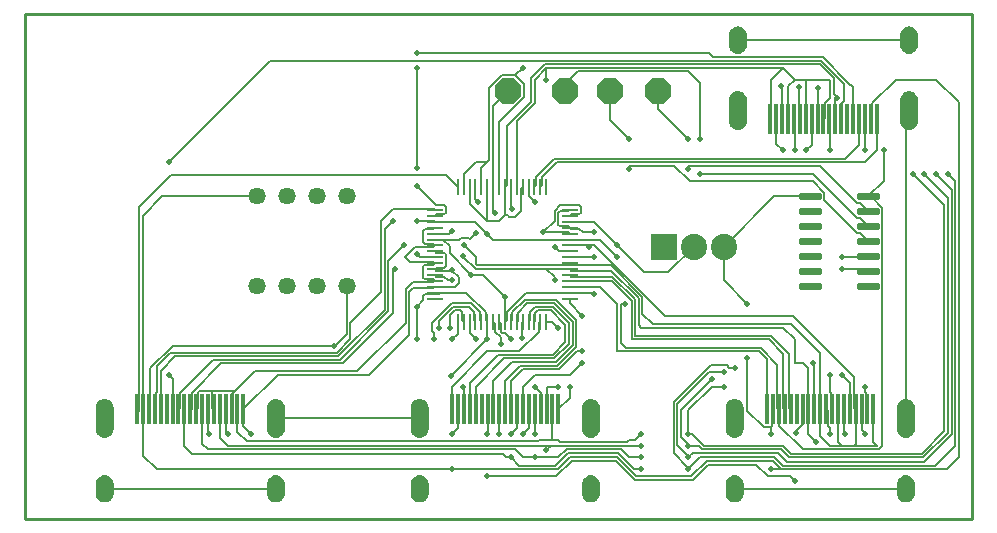
<source format=gtl>
G04 EAGLE Gerber RS-274X export*
G75*
%MOMM*%
%FSLAX34Y34*%
%LPD*%
%INTop Copper*%
%IPPOS*%
%AMOC8*
5,1,8,0,0,1.08239X$1,22.5*%
G01*
%ADD10P,2.336880X8X22.500000*%
%ADD11R,0.300000X2.600000*%
%ADD12C,1.620000*%
%ADD13R,1.473200X0.279400*%
%ADD14R,0.279400X1.473200*%
%ADD15C,1.463037*%
%ADD16C,0.300000*%
%ADD17R,2.232000X2.232000*%
%ADD18C,2.232000*%
%ADD19C,0.502400*%
%ADD20C,0.152400*%
%ADD21C,0.254000*%

G36*
X508468Y367395D02*
X508468Y367395D01*
X508472Y367399D01*
X508475Y367399D01*
X508477Y367397D01*
X509884Y367824D01*
X509889Y367830D01*
X509893Y367827D01*
X511190Y368521D01*
X511193Y368527D01*
X511198Y368526D01*
X512335Y369459D01*
X512336Y369466D01*
X512341Y369465D01*
X513274Y370602D01*
X513274Y370609D01*
X513279Y370610D01*
X513973Y371907D01*
X513972Y371913D01*
X513975Y371915D01*
X513976Y371916D01*
X514126Y372409D01*
X514141Y372458D01*
X514365Y373197D01*
X514403Y373323D01*
X514401Y373329D01*
X514405Y373332D01*
X514549Y374795D01*
X514547Y374798D01*
X514549Y374800D01*
X514549Y392800D01*
X514547Y392803D01*
X514549Y392805D01*
X514405Y394268D01*
X514400Y394273D01*
X514403Y394277D01*
X513976Y395684D01*
X513970Y395689D01*
X513973Y395693D01*
X513279Y396990D01*
X513273Y396993D01*
X513274Y396998D01*
X512341Y398135D01*
X512334Y398136D01*
X512335Y398141D01*
X511198Y399074D01*
X511191Y399074D01*
X511190Y399079D01*
X509893Y399773D01*
X509886Y399771D01*
X509884Y399776D01*
X508477Y400203D01*
X508471Y400201D01*
X508468Y400205D01*
X507005Y400349D01*
X507001Y400347D01*
X506997Y400347D01*
X506995Y400349D01*
X505532Y400205D01*
X505527Y400200D01*
X505523Y400203D01*
X504116Y399776D01*
X504111Y399770D01*
X504107Y399773D01*
X502810Y399079D01*
X502807Y399073D01*
X502802Y399074D01*
X501665Y398141D01*
X501664Y398134D01*
X501659Y398135D01*
X500726Y396998D01*
X500726Y396991D01*
X500721Y396990D01*
X500027Y395693D01*
X500029Y395686D01*
X500024Y395684D01*
X499933Y395386D01*
X499918Y395337D01*
X499694Y394598D01*
X499597Y394277D01*
X499600Y394271D01*
X499595Y394268D01*
X499451Y392805D01*
X499453Y392802D01*
X499451Y392800D01*
X499451Y374800D01*
X499453Y374797D01*
X499451Y374795D01*
X499595Y373332D01*
X499600Y373327D01*
X499597Y373323D01*
X500024Y371916D01*
X500030Y371911D01*
X500027Y371907D01*
X500721Y370610D01*
X500727Y370607D01*
X500726Y370602D01*
X501659Y369465D01*
X501666Y369464D01*
X501665Y369459D01*
X502802Y368526D01*
X502809Y368526D01*
X502810Y368521D01*
X504107Y367827D01*
X504114Y367829D01*
X504116Y367824D01*
X505523Y367397D01*
X505527Y367399D01*
X505530Y367399D01*
X505532Y367395D01*
X506995Y367251D01*
X507001Y367255D01*
X507005Y367251D01*
X508468Y367395D01*
G37*
G36*
X363468Y367395D02*
X363468Y367395D01*
X363472Y367399D01*
X363475Y367399D01*
X363477Y367397D01*
X364884Y367824D01*
X364889Y367830D01*
X364893Y367827D01*
X366190Y368521D01*
X366193Y368527D01*
X366198Y368526D01*
X367335Y369459D01*
X367336Y369466D01*
X367341Y369465D01*
X368274Y370602D01*
X368274Y370609D01*
X368279Y370610D01*
X368973Y371907D01*
X368972Y371913D01*
X368975Y371915D01*
X368976Y371916D01*
X369126Y372409D01*
X369141Y372458D01*
X369365Y373197D01*
X369403Y373323D01*
X369401Y373329D01*
X369405Y373332D01*
X369549Y374795D01*
X369547Y374798D01*
X369549Y374800D01*
X369549Y392800D01*
X369547Y392803D01*
X369549Y392805D01*
X369405Y394268D01*
X369400Y394273D01*
X369403Y394277D01*
X368976Y395684D01*
X368970Y395689D01*
X368973Y395693D01*
X368279Y396990D01*
X368273Y396993D01*
X368274Y396998D01*
X367341Y398135D01*
X367334Y398136D01*
X367335Y398141D01*
X366198Y399074D01*
X366191Y399074D01*
X366190Y399079D01*
X364893Y399773D01*
X364886Y399771D01*
X364884Y399776D01*
X363477Y400203D01*
X363471Y400201D01*
X363468Y400205D01*
X362005Y400349D01*
X362001Y400347D01*
X361997Y400347D01*
X361995Y400349D01*
X360532Y400205D01*
X360527Y400200D01*
X360523Y400203D01*
X359116Y399776D01*
X359111Y399770D01*
X359107Y399773D01*
X357810Y399079D01*
X357807Y399073D01*
X357802Y399074D01*
X356665Y398141D01*
X356664Y398134D01*
X356659Y398135D01*
X355726Y396998D01*
X355726Y396991D01*
X355721Y396990D01*
X355027Y395693D01*
X355029Y395686D01*
X355024Y395684D01*
X354933Y395386D01*
X354918Y395337D01*
X354694Y394598D01*
X354597Y394277D01*
X354600Y394271D01*
X354595Y394268D01*
X354451Y392805D01*
X354453Y392802D01*
X354451Y392800D01*
X354451Y374800D01*
X354453Y374797D01*
X354451Y374795D01*
X354595Y373332D01*
X354600Y373327D01*
X354597Y373323D01*
X355024Y371916D01*
X355030Y371911D01*
X355027Y371907D01*
X355721Y370610D01*
X355727Y370607D01*
X355726Y370602D01*
X356659Y369465D01*
X356666Y369464D01*
X356665Y369459D01*
X357802Y368526D01*
X357809Y368526D01*
X357810Y368521D01*
X359107Y367827D01*
X359114Y367829D01*
X359116Y367824D01*
X360523Y367397D01*
X360527Y367399D01*
X360530Y367399D01*
X360532Y367395D01*
X361995Y367251D01*
X362001Y367255D01*
X362005Y367251D01*
X363468Y367395D01*
G37*
G36*
X-172632Y106695D02*
X-172632Y106695D01*
X-172628Y106698D01*
X-172625Y106698D01*
X-172625Y106699D01*
X-172623Y106697D01*
X-171216Y107124D01*
X-171211Y107130D01*
X-171207Y107127D01*
X-169910Y107821D01*
X-169907Y107827D01*
X-169902Y107826D01*
X-168765Y108759D01*
X-168764Y108766D01*
X-168759Y108765D01*
X-167826Y109902D01*
X-167826Y109909D01*
X-167821Y109910D01*
X-167127Y111207D01*
X-167128Y111213D01*
X-167125Y111215D01*
X-167124Y111216D01*
X-166900Y111955D01*
X-166885Y112004D01*
X-166697Y112623D01*
X-166700Y112629D01*
X-166695Y112632D01*
X-166551Y114095D01*
X-166553Y114098D01*
X-166551Y114100D01*
X-166551Y132100D01*
X-166553Y132103D01*
X-166551Y132105D01*
X-166695Y133568D01*
X-166700Y133573D01*
X-166697Y133577D01*
X-167124Y134984D01*
X-167130Y134989D01*
X-167127Y134993D01*
X-167821Y136290D01*
X-167827Y136293D01*
X-167826Y136298D01*
X-168759Y137435D01*
X-168766Y137436D01*
X-168765Y137441D01*
X-169902Y138374D01*
X-169909Y138374D01*
X-169910Y138379D01*
X-171207Y139073D01*
X-171214Y139071D01*
X-171216Y139076D01*
X-172623Y139503D01*
X-172629Y139501D01*
X-172632Y139505D01*
X-174095Y139649D01*
X-174099Y139647D01*
X-174103Y139647D01*
X-174105Y139649D01*
X-175568Y139505D01*
X-175573Y139500D01*
X-175577Y139503D01*
X-176984Y139076D01*
X-176989Y139070D01*
X-176993Y139073D01*
X-178290Y138379D01*
X-178293Y138373D01*
X-178298Y138374D01*
X-179435Y137441D01*
X-179436Y137434D01*
X-179441Y137435D01*
X-180374Y136298D01*
X-180374Y136291D01*
X-180379Y136290D01*
X-181073Y134993D01*
X-181071Y134986D01*
X-181076Y134984D01*
X-181107Y134883D01*
X-181331Y134144D01*
X-181346Y134095D01*
X-181503Y133577D01*
X-181501Y133571D01*
X-181505Y133568D01*
X-181649Y132105D01*
X-181647Y132102D01*
X-181649Y132100D01*
X-181649Y114100D01*
X-181647Y114097D01*
X-181649Y114095D01*
X-181505Y112632D01*
X-181500Y112627D01*
X-181503Y112623D01*
X-181076Y111216D01*
X-181070Y111211D01*
X-181073Y111207D01*
X-180379Y109910D01*
X-180373Y109907D01*
X-180374Y109902D01*
X-179441Y108765D01*
X-179434Y108764D01*
X-179435Y108759D01*
X-178298Y107826D01*
X-178291Y107826D01*
X-178290Y107821D01*
X-176993Y107127D01*
X-176986Y107129D01*
X-176984Y107124D01*
X-175577Y106697D01*
X-175574Y106698D01*
X-175570Y106698D01*
X-175568Y106695D01*
X-174105Y106551D01*
X-174099Y106555D01*
X-174095Y106551D01*
X-172632Y106695D01*
G37*
G36*
X-27632Y106695D02*
X-27632Y106695D01*
X-27628Y106698D01*
X-27625Y106698D01*
X-27625Y106699D01*
X-27623Y106697D01*
X-26216Y107124D01*
X-26211Y107130D01*
X-26207Y107127D01*
X-24910Y107821D01*
X-24907Y107827D01*
X-24902Y107826D01*
X-23765Y108759D01*
X-23764Y108766D01*
X-23759Y108765D01*
X-22826Y109902D01*
X-22826Y109909D01*
X-22821Y109910D01*
X-22127Y111207D01*
X-22128Y111213D01*
X-22125Y111215D01*
X-22124Y111216D01*
X-21900Y111955D01*
X-21885Y112004D01*
X-21697Y112623D01*
X-21700Y112629D01*
X-21695Y112632D01*
X-21551Y114095D01*
X-21553Y114098D01*
X-21551Y114100D01*
X-21551Y132100D01*
X-21553Y132103D01*
X-21551Y132105D01*
X-21695Y133568D01*
X-21700Y133573D01*
X-21697Y133577D01*
X-22124Y134984D01*
X-22130Y134989D01*
X-22127Y134993D01*
X-22821Y136290D01*
X-22827Y136293D01*
X-22826Y136298D01*
X-23759Y137435D01*
X-23766Y137436D01*
X-23765Y137441D01*
X-24902Y138374D01*
X-24909Y138374D01*
X-24910Y138379D01*
X-26207Y139073D01*
X-26214Y139071D01*
X-26216Y139076D01*
X-27623Y139503D01*
X-27629Y139501D01*
X-27632Y139505D01*
X-29095Y139649D01*
X-29099Y139647D01*
X-29103Y139647D01*
X-29105Y139649D01*
X-30568Y139505D01*
X-30573Y139500D01*
X-30577Y139503D01*
X-31984Y139076D01*
X-31989Y139070D01*
X-31993Y139073D01*
X-33290Y138379D01*
X-33293Y138373D01*
X-33298Y138374D01*
X-34435Y137441D01*
X-34436Y137434D01*
X-34441Y137435D01*
X-35374Y136298D01*
X-35374Y136291D01*
X-35379Y136290D01*
X-36073Y134993D01*
X-36071Y134986D01*
X-36076Y134984D01*
X-36107Y134883D01*
X-36331Y134144D01*
X-36346Y134095D01*
X-36503Y133577D01*
X-36501Y133571D01*
X-36505Y133568D01*
X-36649Y132105D01*
X-36647Y132102D01*
X-36649Y132100D01*
X-36649Y114100D01*
X-36647Y114097D01*
X-36649Y114095D01*
X-36505Y112632D01*
X-36500Y112627D01*
X-36503Y112623D01*
X-36076Y111216D01*
X-36070Y111211D01*
X-36073Y111207D01*
X-35379Y109910D01*
X-35373Y109907D01*
X-35374Y109902D01*
X-34441Y108765D01*
X-34434Y108764D01*
X-34435Y108759D01*
X-33298Y107826D01*
X-33291Y107826D01*
X-33290Y107821D01*
X-31993Y107127D01*
X-31986Y107129D01*
X-31984Y107124D01*
X-30577Y106697D01*
X-30574Y106698D01*
X-30570Y106698D01*
X-30568Y106695D01*
X-29105Y106551D01*
X-29099Y106555D01*
X-29095Y106551D01*
X-27632Y106695D01*
G37*
G36*
X360768Y106695D02*
X360768Y106695D01*
X360772Y106698D01*
X360775Y106698D01*
X360775Y106699D01*
X360777Y106697D01*
X362184Y107124D01*
X362189Y107130D01*
X362193Y107127D01*
X363490Y107821D01*
X363493Y107827D01*
X363498Y107826D01*
X364635Y108759D01*
X364636Y108766D01*
X364641Y108765D01*
X365574Y109902D01*
X365574Y109909D01*
X365579Y109910D01*
X366273Y111207D01*
X366272Y111213D01*
X366275Y111215D01*
X366276Y111216D01*
X366500Y111955D01*
X366501Y111955D01*
X366515Y112004D01*
X366703Y112623D01*
X366701Y112629D01*
X366705Y112632D01*
X366849Y114095D01*
X366847Y114098D01*
X366849Y114100D01*
X366849Y132100D01*
X366847Y132103D01*
X366849Y132105D01*
X366705Y133568D01*
X366700Y133573D01*
X366703Y133577D01*
X366276Y134984D01*
X366270Y134989D01*
X366273Y134993D01*
X365579Y136290D01*
X365573Y136293D01*
X365574Y136298D01*
X364641Y137435D01*
X364634Y137436D01*
X364635Y137441D01*
X363498Y138374D01*
X363491Y138374D01*
X363490Y138379D01*
X362193Y139073D01*
X362186Y139071D01*
X362184Y139076D01*
X360777Y139503D01*
X360771Y139501D01*
X360768Y139505D01*
X359305Y139649D01*
X359301Y139647D01*
X359297Y139647D01*
X359295Y139649D01*
X357832Y139505D01*
X357827Y139500D01*
X357823Y139503D01*
X356416Y139076D01*
X356411Y139070D01*
X356407Y139073D01*
X355110Y138379D01*
X355107Y138373D01*
X355102Y138374D01*
X353965Y137441D01*
X353964Y137434D01*
X353959Y137435D01*
X353026Y136298D01*
X353026Y136291D01*
X353021Y136290D01*
X352327Y134993D01*
X352329Y134986D01*
X352324Y134984D01*
X352293Y134883D01*
X352069Y134144D01*
X352054Y134095D01*
X351897Y133577D01*
X351900Y133571D01*
X351895Y133568D01*
X351751Y132105D01*
X351753Y132102D01*
X351751Y132100D01*
X351751Y114100D01*
X351753Y114097D01*
X351751Y114095D01*
X351895Y112632D01*
X351900Y112627D01*
X351897Y112623D01*
X352324Y111216D01*
X352330Y111211D01*
X352327Y111207D01*
X353021Y109910D01*
X353027Y109907D01*
X353026Y109902D01*
X353959Y108765D01*
X353966Y108764D01*
X353965Y108759D01*
X355102Y107826D01*
X355109Y107826D01*
X355110Y107821D01*
X356407Y107127D01*
X356414Y107129D01*
X356416Y107124D01*
X357823Y106697D01*
X357827Y106698D01*
X357830Y106698D01*
X357832Y106695D01*
X359295Y106551D01*
X359301Y106555D01*
X359305Y106551D01*
X360768Y106695D01*
G37*
G36*
X239068Y106695D02*
X239068Y106695D01*
X239072Y106698D01*
X239075Y106698D01*
X239075Y106699D01*
X239077Y106697D01*
X240484Y107124D01*
X240489Y107130D01*
X240493Y107127D01*
X241790Y107821D01*
X241793Y107827D01*
X241798Y107826D01*
X242935Y108759D01*
X242936Y108766D01*
X242941Y108765D01*
X243874Y109902D01*
X243874Y109909D01*
X243879Y109910D01*
X244573Y111207D01*
X244572Y111213D01*
X244575Y111215D01*
X244576Y111216D01*
X244800Y111955D01*
X244801Y111955D01*
X244815Y112004D01*
X245003Y112623D01*
X245001Y112629D01*
X245005Y112632D01*
X245149Y114095D01*
X245147Y114098D01*
X245149Y114100D01*
X245149Y132100D01*
X245147Y132103D01*
X245149Y132105D01*
X245005Y133568D01*
X245000Y133573D01*
X245003Y133577D01*
X244576Y134984D01*
X244570Y134989D01*
X244573Y134993D01*
X243879Y136290D01*
X243873Y136293D01*
X243874Y136298D01*
X242941Y137435D01*
X242934Y137436D01*
X242935Y137441D01*
X241798Y138374D01*
X241791Y138374D01*
X241790Y138379D01*
X240493Y139073D01*
X240486Y139071D01*
X240484Y139076D01*
X239077Y139503D01*
X239071Y139501D01*
X239068Y139505D01*
X237605Y139649D01*
X237601Y139647D01*
X237597Y139647D01*
X237595Y139649D01*
X236132Y139505D01*
X236127Y139500D01*
X236123Y139503D01*
X234716Y139076D01*
X234711Y139070D01*
X234707Y139073D01*
X233410Y138379D01*
X233407Y138373D01*
X233402Y138374D01*
X232265Y137441D01*
X232264Y137434D01*
X232259Y137435D01*
X231326Y136298D01*
X231326Y136291D01*
X231321Y136290D01*
X230627Y134993D01*
X230629Y134986D01*
X230624Y134984D01*
X230593Y134883D01*
X230369Y134144D01*
X230354Y134095D01*
X230197Y133577D01*
X230200Y133571D01*
X230195Y133568D01*
X230051Y132105D01*
X230053Y132102D01*
X230051Y132100D01*
X230051Y114100D01*
X230053Y114097D01*
X230051Y114095D01*
X230195Y112632D01*
X230200Y112627D01*
X230197Y112623D01*
X230624Y111216D01*
X230630Y111211D01*
X230627Y111207D01*
X231321Y109910D01*
X231327Y109907D01*
X231326Y109902D01*
X232259Y108765D01*
X232266Y108764D01*
X232265Y108759D01*
X233402Y107826D01*
X233409Y107826D01*
X233410Y107821D01*
X234707Y107127D01*
X234714Y107129D01*
X234716Y107124D01*
X236123Y106697D01*
X236127Y106698D01*
X236130Y106698D01*
X236132Y106695D01*
X237595Y106551D01*
X237601Y106555D01*
X237605Y106551D01*
X239068Y106695D01*
G37*
G36*
X94068Y106695D02*
X94068Y106695D01*
X94072Y106698D01*
X94075Y106698D01*
X94075Y106699D01*
X94077Y106697D01*
X95484Y107124D01*
X95489Y107130D01*
X95493Y107127D01*
X96790Y107821D01*
X96793Y107827D01*
X96798Y107826D01*
X97935Y108759D01*
X97936Y108766D01*
X97941Y108765D01*
X98874Y109902D01*
X98874Y109909D01*
X98879Y109910D01*
X99573Y111207D01*
X99572Y111213D01*
X99575Y111215D01*
X99576Y111216D01*
X99800Y111955D01*
X99801Y111955D01*
X99815Y112004D01*
X100003Y112623D01*
X100001Y112629D01*
X100005Y112632D01*
X100149Y114095D01*
X100147Y114098D01*
X100149Y114100D01*
X100149Y132100D01*
X100147Y132103D01*
X100149Y132105D01*
X100005Y133568D01*
X100000Y133573D01*
X100003Y133577D01*
X99576Y134984D01*
X99570Y134989D01*
X99573Y134993D01*
X98879Y136290D01*
X98873Y136293D01*
X98874Y136298D01*
X97941Y137435D01*
X97934Y137436D01*
X97935Y137441D01*
X96798Y138374D01*
X96791Y138374D01*
X96790Y138379D01*
X95493Y139073D01*
X95486Y139071D01*
X95484Y139076D01*
X94077Y139503D01*
X94071Y139501D01*
X94068Y139505D01*
X92605Y139649D01*
X92601Y139647D01*
X92597Y139647D01*
X92595Y139649D01*
X91132Y139505D01*
X91127Y139500D01*
X91123Y139503D01*
X89716Y139076D01*
X89711Y139070D01*
X89707Y139073D01*
X88410Y138379D01*
X88407Y138373D01*
X88402Y138374D01*
X87265Y137441D01*
X87264Y137434D01*
X87259Y137435D01*
X86326Y136298D01*
X86326Y136291D01*
X86321Y136290D01*
X85627Y134993D01*
X85629Y134986D01*
X85624Y134984D01*
X85593Y134883D01*
X85369Y134144D01*
X85354Y134095D01*
X85197Y133577D01*
X85200Y133571D01*
X85195Y133568D01*
X85051Y132105D01*
X85053Y132102D01*
X85051Y132100D01*
X85051Y114100D01*
X85053Y114097D01*
X85051Y114095D01*
X85195Y112632D01*
X85200Y112627D01*
X85197Y112623D01*
X85624Y111216D01*
X85630Y111211D01*
X85627Y111207D01*
X86321Y109910D01*
X86327Y109907D01*
X86326Y109902D01*
X87259Y108765D01*
X87266Y108764D01*
X87265Y108759D01*
X88402Y107826D01*
X88409Y107826D01*
X88410Y107821D01*
X89707Y107127D01*
X89714Y107129D01*
X89716Y107124D01*
X91123Y106697D01*
X91127Y106698D01*
X91130Y106698D01*
X91132Y106695D01*
X92595Y106551D01*
X92601Y106555D01*
X92605Y106551D01*
X94068Y106695D01*
G37*
G36*
X505768Y106695D02*
X505768Y106695D01*
X505772Y106698D01*
X505775Y106698D01*
X505775Y106699D01*
X505777Y106697D01*
X507184Y107124D01*
X507189Y107130D01*
X507193Y107127D01*
X508490Y107821D01*
X508493Y107827D01*
X508498Y107826D01*
X509635Y108759D01*
X509636Y108766D01*
X509641Y108765D01*
X510574Y109902D01*
X510574Y109909D01*
X510579Y109910D01*
X511273Y111207D01*
X511272Y111213D01*
X511275Y111215D01*
X511276Y111216D01*
X511500Y111955D01*
X511501Y111955D01*
X511515Y112004D01*
X511703Y112623D01*
X511701Y112629D01*
X511705Y112632D01*
X511849Y114095D01*
X511847Y114098D01*
X511849Y114100D01*
X511849Y132100D01*
X511847Y132103D01*
X511849Y132105D01*
X511705Y133568D01*
X511700Y133573D01*
X511703Y133577D01*
X511276Y134984D01*
X511270Y134989D01*
X511273Y134993D01*
X510579Y136290D01*
X510573Y136293D01*
X510574Y136298D01*
X509641Y137435D01*
X509634Y137436D01*
X509635Y137441D01*
X508498Y138374D01*
X508491Y138374D01*
X508490Y138379D01*
X507193Y139073D01*
X507186Y139071D01*
X507184Y139076D01*
X505777Y139503D01*
X505771Y139501D01*
X505768Y139505D01*
X504305Y139649D01*
X504301Y139647D01*
X504297Y139647D01*
X504295Y139649D01*
X502832Y139505D01*
X502827Y139500D01*
X502823Y139503D01*
X501416Y139076D01*
X501411Y139070D01*
X501407Y139073D01*
X500110Y138379D01*
X500107Y138373D01*
X500102Y138374D01*
X498965Y137441D01*
X498964Y137434D01*
X498959Y137435D01*
X498026Y136298D01*
X498026Y136291D01*
X498021Y136290D01*
X497327Y134993D01*
X497329Y134986D01*
X497324Y134984D01*
X497293Y134883D01*
X497069Y134144D01*
X497054Y134095D01*
X496897Y133577D01*
X496900Y133571D01*
X496895Y133568D01*
X496751Y132105D01*
X496753Y132102D01*
X496751Y132100D01*
X496751Y114100D01*
X496753Y114097D01*
X496751Y114095D01*
X496895Y112632D01*
X496900Y112627D01*
X496897Y112623D01*
X497324Y111216D01*
X497330Y111211D01*
X497327Y111207D01*
X498021Y109910D01*
X498027Y109907D01*
X498026Y109902D01*
X498959Y108765D01*
X498966Y108764D01*
X498965Y108759D01*
X500102Y107826D01*
X500109Y107826D01*
X500110Y107821D01*
X501407Y107127D01*
X501414Y107129D01*
X501416Y107124D01*
X502823Y106697D01*
X502827Y106698D01*
X502830Y106698D01*
X502832Y106695D01*
X504295Y106551D01*
X504301Y106555D01*
X504305Y106551D01*
X505768Y106695D01*
G37*
G36*
X508468Y431995D02*
X508468Y431995D01*
X508472Y431999D01*
X508475Y431999D01*
X508477Y431997D01*
X509884Y432424D01*
X509889Y432430D01*
X509893Y432427D01*
X511190Y433121D01*
X511193Y433127D01*
X511198Y433126D01*
X512335Y434059D01*
X512336Y434066D01*
X512341Y434065D01*
X513274Y435202D01*
X513274Y435209D01*
X513279Y435210D01*
X513973Y436507D01*
X513972Y436513D01*
X513975Y436515D01*
X513976Y436516D01*
X514126Y437009D01*
X514141Y437058D01*
X514365Y437797D01*
X514403Y437923D01*
X514401Y437929D01*
X514405Y437932D01*
X514549Y439395D01*
X514547Y439398D01*
X514549Y439400D01*
X514549Y447400D01*
X514547Y447403D01*
X514549Y447405D01*
X514405Y448868D01*
X514400Y448873D01*
X514403Y448877D01*
X513976Y450284D01*
X513970Y450289D01*
X513973Y450293D01*
X513279Y451590D01*
X513273Y451593D01*
X513274Y451598D01*
X512341Y452735D01*
X512334Y452736D01*
X512335Y452741D01*
X511198Y453674D01*
X511191Y453674D01*
X511190Y453679D01*
X509893Y454373D01*
X509886Y454371D01*
X509884Y454376D01*
X508477Y454803D01*
X508473Y454801D01*
X508470Y454801D01*
X508468Y454805D01*
X507005Y454949D01*
X507003Y454948D01*
X507003Y454949D01*
X506997Y454949D01*
X506996Y454948D01*
X506995Y454949D01*
X505532Y454805D01*
X505528Y454801D01*
X505525Y454801D01*
X505523Y454803D01*
X504116Y454376D01*
X504111Y454370D01*
X504107Y454373D01*
X502810Y453679D01*
X502807Y453673D01*
X502802Y453674D01*
X501665Y452741D01*
X501664Y452734D01*
X501659Y452735D01*
X500726Y451598D01*
X500726Y451591D01*
X500721Y451590D01*
X500027Y450293D01*
X500028Y450287D01*
X500026Y450285D01*
X500024Y450284D01*
X499964Y450087D01*
X499740Y449348D01*
X499725Y449299D01*
X499597Y448877D01*
X499600Y448871D01*
X499595Y448868D01*
X499451Y447405D01*
X499453Y447402D01*
X499451Y447400D01*
X499451Y439400D01*
X499453Y439397D01*
X499451Y439395D01*
X499595Y437932D01*
X499600Y437927D01*
X499597Y437923D01*
X500024Y436516D01*
X500030Y436511D01*
X500027Y436507D01*
X500721Y435210D01*
X500727Y435207D01*
X500726Y435202D01*
X501659Y434065D01*
X501666Y434064D01*
X501665Y434059D01*
X502802Y433126D01*
X502809Y433126D01*
X502810Y433121D01*
X504107Y432427D01*
X504114Y432429D01*
X504116Y432424D01*
X505523Y431997D01*
X505527Y431999D01*
X505530Y431999D01*
X505532Y431995D01*
X506995Y431851D01*
X507001Y431855D01*
X507005Y431851D01*
X508468Y431995D01*
G37*
G36*
X363468Y431995D02*
X363468Y431995D01*
X363472Y431999D01*
X363475Y431999D01*
X363477Y431997D01*
X364884Y432424D01*
X364889Y432430D01*
X364893Y432427D01*
X366190Y433121D01*
X366193Y433127D01*
X366198Y433126D01*
X367335Y434059D01*
X367336Y434066D01*
X367341Y434065D01*
X368274Y435202D01*
X368274Y435209D01*
X368279Y435210D01*
X368973Y436507D01*
X368972Y436513D01*
X368975Y436515D01*
X368976Y436516D01*
X369126Y437009D01*
X369141Y437058D01*
X369365Y437797D01*
X369403Y437923D01*
X369401Y437929D01*
X369405Y437932D01*
X369549Y439395D01*
X369547Y439398D01*
X369549Y439400D01*
X369549Y447400D01*
X369547Y447403D01*
X369549Y447405D01*
X369405Y448868D01*
X369400Y448873D01*
X369403Y448877D01*
X368976Y450284D01*
X368970Y450289D01*
X368973Y450293D01*
X368279Y451590D01*
X368273Y451593D01*
X368274Y451598D01*
X367341Y452735D01*
X367334Y452736D01*
X367335Y452741D01*
X366198Y453674D01*
X366191Y453674D01*
X366190Y453679D01*
X364893Y454373D01*
X364886Y454371D01*
X364884Y454376D01*
X363477Y454803D01*
X363473Y454801D01*
X363470Y454801D01*
X363468Y454805D01*
X362005Y454949D01*
X362003Y454948D01*
X362003Y454949D01*
X361997Y454949D01*
X361996Y454948D01*
X361995Y454949D01*
X360532Y454805D01*
X360528Y454801D01*
X360525Y454801D01*
X360523Y454803D01*
X359116Y454376D01*
X359111Y454370D01*
X359107Y454373D01*
X357810Y453679D01*
X357807Y453673D01*
X357802Y453674D01*
X356665Y452741D01*
X356664Y452734D01*
X356659Y452735D01*
X355726Y451598D01*
X355726Y451591D01*
X355721Y451590D01*
X355027Y450293D01*
X355028Y450287D01*
X355026Y450285D01*
X355024Y450284D01*
X354964Y450087D01*
X354740Y449348D01*
X354725Y449299D01*
X354597Y448877D01*
X354600Y448871D01*
X354595Y448868D01*
X354451Y447405D01*
X354453Y447402D01*
X354451Y447400D01*
X354451Y439400D01*
X354453Y439397D01*
X354451Y439395D01*
X354595Y437932D01*
X354600Y437927D01*
X354597Y437923D01*
X355024Y436516D01*
X355030Y436511D01*
X355027Y436507D01*
X355721Y435210D01*
X355727Y435207D01*
X355726Y435202D01*
X356659Y434065D01*
X356666Y434064D01*
X356665Y434059D01*
X357802Y433126D01*
X357809Y433126D01*
X357810Y433121D01*
X359107Y432427D01*
X359114Y432429D01*
X359116Y432424D01*
X360523Y431997D01*
X360527Y431999D01*
X360530Y431999D01*
X360532Y431995D01*
X361995Y431851D01*
X362001Y431855D01*
X362005Y431851D01*
X363468Y431995D01*
G37*
G36*
X-27632Y52095D02*
X-27632Y52095D01*
X-27628Y52099D01*
X-27625Y52099D01*
X-27623Y52097D01*
X-26216Y52524D01*
X-26211Y52530D01*
X-26207Y52527D01*
X-24910Y53221D01*
X-24907Y53227D01*
X-24902Y53226D01*
X-23765Y54159D01*
X-23764Y54166D01*
X-23759Y54165D01*
X-22826Y55302D01*
X-22826Y55309D01*
X-22821Y55310D01*
X-22127Y56607D01*
X-22128Y56613D01*
X-22125Y56615D01*
X-22124Y56616D01*
X-21974Y57109D01*
X-21959Y57158D01*
X-21735Y57897D01*
X-21697Y58023D01*
X-21700Y58029D01*
X-21695Y58032D01*
X-21551Y59495D01*
X-21553Y59498D01*
X-21551Y59500D01*
X-21551Y67500D01*
X-21553Y67503D01*
X-21551Y67505D01*
X-21695Y68968D01*
X-21700Y68973D01*
X-21697Y68977D01*
X-22124Y70384D01*
X-22130Y70389D01*
X-22127Y70393D01*
X-22821Y71690D01*
X-22827Y71693D01*
X-22826Y71698D01*
X-23759Y72835D01*
X-23766Y72836D01*
X-23765Y72841D01*
X-24902Y73774D01*
X-24909Y73774D01*
X-24910Y73779D01*
X-26207Y74473D01*
X-26214Y74471D01*
X-26216Y74476D01*
X-27623Y74903D01*
X-27627Y74901D01*
X-27630Y74901D01*
X-27632Y74905D01*
X-29095Y75049D01*
X-29097Y75048D01*
X-29097Y75049D01*
X-29103Y75049D01*
X-29104Y75048D01*
X-29105Y75049D01*
X-30568Y74905D01*
X-30572Y74901D01*
X-30575Y74901D01*
X-30577Y74903D01*
X-31984Y74476D01*
X-31989Y74470D01*
X-31993Y74473D01*
X-33290Y73779D01*
X-33293Y73773D01*
X-33298Y73774D01*
X-34435Y72841D01*
X-34436Y72834D01*
X-34441Y72835D01*
X-35374Y71698D01*
X-35374Y71691D01*
X-35379Y71690D01*
X-36073Y70393D01*
X-36072Y70387D01*
X-36074Y70385D01*
X-36076Y70384D01*
X-36136Y70187D01*
X-36360Y69448D01*
X-36375Y69399D01*
X-36503Y68977D01*
X-36501Y68971D01*
X-36505Y68968D01*
X-36649Y67505D01*
X-36647Y67502D01*
X-36649Y67500D01*
X-36649Y59500D01*
X-36647Y59497D01*
X-36649Y59495D01*
X-36505Y58032D01*
X-36500Y58027D01*
X-36503Y58023D01*
X-36076Y56616D01*
X-36070Y56611D01*
X-36073Y56607D01*
X-35379Y55310D01*
X-35373Y55307D01*
X-35374Y55302D01*
X-34441Y54165D01*
X-34434Y54164D01*
X-34435Y54159D01*
X-33298Y53226D01*
X-33291Y53226D01*
X-33290Y53221D01*
X-31993Y52527D01*
X-31986Y52529D01*
X-31984Y52524D01*
X-30577Y52097D01*
X-30573Y52099D01*
X-30570Y52099D01*
X-30568Y52095D01*
X-29105Y51951D01*
X-29099Y51955D01*
X-29095Y51951D01*
X-27632Y52095D01*
G37*
G36*
X239068Y52095D02*
X239068Y52095D01*
X239072Y52099D01*
X239075Y52099D01*
X239077Y52097D01*
X240484Y52524D01*
X240489Y52530D01*
X240493Y52527D01*
X241790Y53221D01*
X241793Y53227D01*
X241798Y53226D01*
X242935Y54159D01*
X242936Y54166D01*
X242941Y54165D01*
X243874Y55302D01*
X243874Y55309D01*
X243879Y55310D01*
X244573Y56607D01*
X244572Y56613D01*
X244575Y56615D01*
X244576Y56616D01*
X244726Y57109D01*
X244741Y57158D01*
X244965Y57897D01*
X245003Y58023D01*
X245001Y58029D01*
X245005Y58032D01*
X245149Y59495D01*
X245147Y59498D01*
X245149Y59500D01*
X245149Y67500D01*
X245147Y67503D01*
X245149Y67505D01*
X245005Y68968D01*
X245000Y68973D01*
X245003Y68977D01*
X244576Y70384D01*
X244570Y70389D01*
X244573Y70393D01*
X243879Y71690D01*
X243873Y71693D01*
X243874Y71698D01*
X242941Y72835D01*
X242934Y72836D01*
X242935Y72841D01*
X241798Y73774D01*
X241791Y73774D01*
X241790Y73779D01*
X240493Y74473D01*
X240486Y74471D01*
X240484Y74476D01*
X239077Y74903D01*
X239073Y74901D01*
X239070Y74901D01*
X239068Y74905D01*
X237605Y75049D01*
X237603Y75048D01*
X237603Y75049D01*
X237597Y75049D01*
X237596Y75048D01*
X237595Y75049D01*
X236132Y74905D01*
X236128Y74901D01*
X236125Y74901D01*
X236123Y74903D01*
X234716Y74476D01*
X234711Y74470D01*
X234707Y74473D01*
X233410Y73779D01*
X233407Y73773D01*
X233402Y73774D01*
X232265Y72841D01*
X232264Y72834D01*
X232259Y72835D01*
X231326Y71698D01*
X231326Y71691D01*
X231321Y71690D01*
X230627Y70393D01*
X230628Y70387D01*
X230626Y70385D01*
X230624Y70384D01*
X230564Y70187D01*
X230340Y69448D01*
X230325Y69399D01*
X230197Y68977D01*
X230200Y68971D01*
X230195Y68968D01*
X230051Y67505D01*
X230053Y67502D01*
X230051Y67500D01*
X230051Y59500D01*
X230053Y59497D01*
X230051Y59495D01*
X230195Y58032D01*
X230200Y58027D01*
X230197Y58023D01*
X230624Y56616D01*
X230630Y56611D01*
X230627Y56607D01*
X231321Y55310D01*
X231327Y55307D01*
X231326Y55302D01*
X232259Y54165D01*
X232266Y54164D01*
X232265Y54159D01*
X233402Y53226D01*
X233409Y53226D01*
X233410Y53221D01*
X234707Y52527D01*
X234714Y52529D01*
X234716Y52524D01*
X236123Y52097D01*
X236127Y52099D01*
X236130Y52099D01*
X236132Y52095D01*
X237595Y51951D01*
X237601Y51955D01*
X237605Y51951D01*
X239068Y52095D01*
G37*
G36*
X360768Y52095D02*
X360768Y52095D01*
X360772Y52099D01*
X360775Y52099D01*
X360777Y52097D01*
X362184Y52524D01*
X362189Y52530D01*
X362193Y52527D01*
X363490Y53221D01*
X363493Y53227D01*
X363498Y53226D01*
X364635Y54159D01*
X364636Y54166D01*
X364641Y54165D01*
X365574Y55302D01*
X365574Y55309D01*
X365579Y55310D01*
X366273Y56607D01*
X366272Y56613D01*
X366275Y56615D01*
X366276Y56616D01*
X366426Y57109D01*
X366441Y57158D01*
X366665Y57897D01*
X366703Y58023D01*
X366701Y58029D01*
X366705Y58032D01*
X366849Y59495D01*
X366847Y59498D01*
X366849Y59500D01*
X366849Y67500D01*
X366847Y67503D01*
X366849Y67505D01*
X366705Y68968D01*
X366700Y68973D01*
X366703Y68977D01*
X366276Y70384D01*
X366270Y70389D01*
X366273Y70393D01*
X365579Y71690D01*
X365573Y71693D01*
X365574Y71698D01*
X364641Y72835D01*
X364634Y72836D01*
X364635Y72841D01*
X363498Y73774D01*
X363491Y73774D01*
X363490Y73779D01*
X362193Y74473D01*
X362186Y74471D01*
X362184Y74476D01*
X360777Y74903D01*
X360773Y74901D01*
X360770Y74901D01*
X360768Y74905D01*
X359305Y75049D01*
X359303Y75048D01*
X359303Y75049D01*
X359297Y75049D01*
X359296Y75048D01*
X359295Y75049D01*
X357832Y74905D01*
X357828Y74901D01*
X357825Y74901D01*
X357823Y74903D01*
X356416Y74476D01*
X356411Y74470D01*
X356407Y74473D01*
X355110Y73779D01*
X355107Y73773D01*
X355102Y73774D01*
X353965Y72841D01*
X353964Y72834D01*
X353959Y72835D01*
X353026Y71698D01*
X353026Y71691D01*
X353021Y71690D01*
X352327Y70393D01*
X352328Y70387D01*
X352326Y70385D01*
X352324Y70384D01*
X352264Y70187D01*
X352040Y69448D01*
X352025Y69399D01*
X351897Y68977D01*
X351900Y68971D01*
X351895Y68968D01*
X351751Y67505D01*
X351753Y67502D01*
X351751Y67500D01*
X351751Y59500D01*
X351753Y59497D01*
X351751Y59495D01*
X351895Y58032D01*
X351900Y58027D01*
X351897Y58023D01*
X352324Y56616D01*
X352330Y56611D01*
X352327Y56607D01*
X353021Y55310D01*
X353027Y55307D01*
X353026Y55302D01*
X353959Y54165D01*
X353966Y54164D01*
X353965Y54159D01*
X355102Y53226D01*
X355109Y53226D01*
X355110Y53221D01*
X356407Y52527D01*
X356414Y52529D01*
X356416Y52524D01*
X357823Y52097D01*
X357827Y52099D01*
X357830Y52099D01*
X357832Y52095D01*
X359295Y51951D01*
X359301Y51955D01*
X359305Y51951D01*
X360768Y52095D01*
G37*
G36*
X-172632Y52095D02*
X-172632Y52095D01*
X-172628Y52099D01*
X-172625Y52099D01*
X-172623Y52097D01*
X-171216Y52524D01*
X-171211Y52530D01*
X-171207Y52527D01*
X-169910Y53221D01*
X-169907Y53227D01*
X-169902Y53226D01*
X-168765Y54159D01*
X-168764Y54166D01*
X-168759Y54165D01*
X-167826Y55302D01*
X-167826Y55309D01*
X-167821Y55310D01*
X-167127Y56607D01*
X-167128Y56613D01*
X-167125Y56615D01*
X-167124Y56616D01*
X-166974Y57109D01*
X-166959Y57158D01*
X-166735Y57897D01*
X-166697Y58023D01*
X-166700Y58029D01*
X-166695Y58032D01*
X-166551Y59495D01*
X-166553Y59498D01*
X-166551Y59500D01*
X-166551Y67500D01*
X-166553Y67503D01*
X-166551Y67505D01*
X-166695Y68968D01*
X-166700Y68973D01*
X-166697Y68977D01*
X-167124Y70384D01*
X-167130Y70389D01*
X-167127Y70393D01*
X-167821Y71690D01*
X-167827Y71693D01*
X-167826Y71698D01*
X-168759Y72835D01*
X-168766Y72836D01*
X-168765Y72841D01*
X-169902Y73774D01*
X-169909Y73774D01*
X-169910Y73779D01*
X-171207Y74473D01*
X-171214Y74471D01*
X-171216Y74476D01*
X-172623Y74903D01*
X-172627Y74901D01*
X-172630Y74901D01*
X-172632Y74905D01*
X-174095Y75049D01*
X-174097Y75048D01*
X-174097Y75049D01*
X-174103Y75049D01*
X-174104Y75048D01*
X-174105Y75049D01*
X-175568Y74905D01*
X-175572Y74901D01*
X-175575Y74901D01*
X-175577Y74903D01*
X-176984Y74476D01*
X-176989Y74470D01*
X-176993Y74473D01*
X-178290Y73779D01*
X-178293Y73773D01*
X-178298Y73774D01*
X-179435Y72841D01*
X-179436Y72834D01*
X-179441Y72835D01*
X-180374Y71698D01*
X-180374Y71691D01*
X-180379Y71690D01*
X-181073Y70393D01*
X-181072Y70387D01*
X-181074Y70385D01*
X-181076Y70384D01*
X-181136Y70187D01*
X-181360Y69448D01*
X-181375Y69399D01*
X-181503Y68977D01*
X-181501Y68971D01*
X-181505Y68968D01*
X-181649Y67505D01*
X-181647Y67502D01*
X-181649Y67500D01*
X-181649Y59500D01*
X-181647Y59497D01*
X-181649Y59495D01*
X-181505Y58032D01*
X-181500Y58027D01*
X-181503Y58023D01*
X-181076Y56616D01*
X-181070Y56611D01*
X-181073Y56607D01*
X-180379Y55310D01*
X-180373Y55307D01*
X-180374Y55302D01*
X-179441Y54165D01*
X-179434Y54164D01*
X-179435Y54159D01*
X-178298Y53226D01*
X-178291Y53226D01*
X-178290Y53221D01*
X-176993Y52527D01*
X-176986Y52529D01*
X-176984Y52524D01*
X-175577Y52097D01*
X-175573Y52099D01*
X-175570Y52099D01*
X-175568Y52095D01*
X-174105Y51951D01*
X-174099Y51955D01*
X-174095Y51951D01*
X-172632Y52095D01*
G37*
G36*
X94068Y52095D02*
X94068Y52095D01*
X94072Y52099D01*
X94075Y52099D01*
X94077Y52097D01*
X95484Y52524D01*
X95489Y52530D01*
X95493Y52527D01*
X96790Y53221D01*
X96793Y53227D01*
X96798Y53226D01*
X97935Y54159D01*
X97936Y54166D01*
X97941Y54165D01*
X98874Y55302D01*
X98874Y55309D01*
X98879Y55310D01*
X99573Y56607D01*
X99572Y56613D01*
X99575Y56615D01*
X99576Y56616D01*
X99726Y57109D01*
X99741Y57158D01*
X99965Y57897D01*
X100003Y58023D01*
X100001Y58029D01*
X100005Y58032D01*
X100149Y59495D01*
X100147Y59498D01*
X100149Y59500D01*
X100149Y67500D01*
X100147Y67503D01*
X100149Y67505D01*
X100005Y68968D01*
X100000Y68973D01*
X100003Y68977D01*
X99576Y70384D01*
X99570Y70389D01*
X99573Y70393D01*
X98879Y71690D01*
X98873Y71693D01*
X98874Y71698D01*
X97941Y72835D01*
X97934Y72836D01*
X97935Y72841D01*
X96798Y73774D01*
X96791Y73774D01*
X96790Y73779D01*
X95493Y74473D01*
X95486Y74471D01*
X95484Y74476D01*
X94077Y74903D01*
X94073Y74901D01*
X94070Y74901D01*
X94068Y74905D01*
X92605Y75049D01*
X92603Y75048D01*
X92603Y75049D01*
X92597Y75049D01*
X92596Y75048D01*
X92595Y75049D01*
X91132Y74905D01*
X91128Y74901D01*
X91125Y74901D01*
X91123Y74903D01*
X89716Y74476D01*
X89711Y74470D01*
X89707Y74473D01*
X88410Y73779D01*
X88407Y73773D01*
X88402Y73774D01*
X87265Y72841D01*
X87264Y72834D01*
X87259Y72835D01*
X86326Y71698D01*
X86326Y71691D01*
X86321Y71690D01*
X85627Y70393D01*
X85628Y70387D01*
X85626Y70385D01*
X85624Y70384D01*
X85564Y70187D01*
X85340Y69448D01*
X85325Y69399D01*
X85197Y68977D01*
X85200Y68971D01*
X85195Y68968D01*
X85051Y67505D01*
X85053Y67502D01*
X85051Y67500D01*
X85051Y59500D01*
X85053Y59497D01*
X85051Y59495D01*
X85195Y58032D01*
X85200Y58027D01*
X85197Y58023D01*
X85624Y56616D01*
X85630Y56611D01*
X85627Y56607D01*
X86321Y55310D01*
X86327Y55307D01*
X86326Y55302D01*
X87259Y54165D01*
X87266Y54164D01*
X87265Y54159D01*
X88402Y53226D01*
X88409Y53226D01*
X88410Y53221D01*
X89707Y52527D01*
X89714Y52529D01*
X89716Y52524D01*
X91123Y52097D01*
X91127Y52099D01*
X91130Y52099D01*
X91132Y52095D01*
X92595Y51951D01*
X92601Y51955D01*
X92605Y51951D01*
X94068Y52095D01*
G37*
G36*
X505768Y52095D02*
X505768Y52095D01*
X505772Y52099D01*
X505775Y52099D01*
X505777Y52097D01*
X507184Y52524D01*
X507189Y52530D01*
X507193Y52527D01*
X508490Y53221D01*
X508493Y53227D01*
X508498Y53226D01*
X509635Y54159D01*
X509636Y54166D01*
X509641Y54165D01*
X510574Y55302D01*
X510574Y55309D01*
X510579Y55310D01*
X511273Y56607D01*
X511272Y56613D01*
X511275Y56615D01*
X511276Y56616D01*
X511426Y57109D01*
X511441Y57158D01*
X511665Y57897D01*
X511703Y58023D01*
X511701Y58029D01*
X511705Y58032D01*
X511849Y59495D01*
X511847Y59498D01*
X511849Y59500D01*
X511849Y67500D01*
X511847Y67503D01*
X511849Y67505D01*
X511705Y68968D01*
X511700Y68973D01*
X511703Y68977D01*
X511276Y70384D01*
X511270Y70389D01*
X511273Y70393D01*
X510579Y71690D01*
X510573Y71693D01*
X510574Y71698D01*
X509641Y72835D01*
X509634Y72836D01*
X509635Y72841D01*
X508498Y73774D01*
X508491Y73774D01*
X508490Y73779D01*
X507193Y74473D01*
X507186Y74471D01*
X507184Y74476D01*
X505777Y74903D01*
X505773Y74901D01*
X505770Y74901D01*
X505768Y74905D01*
X504305Y75049D01*
X504303Y75048D01*
X504303Y75049D01*
X504297Y75049D01*
X504296Y75048D01*
X504295Y75049D01*
X502832Y74905D01*
X502828Y74901D01*
X502825Y74901D01*
X502823Y74903D01*
X501416Y74476D01*
X501411Y74470D01*
X501407Y74473D01*
X500110Y73779D01*
X500107Y73773D01*
X500102Y73774D01*
X498965Y72841D01*
X498964Y72834D01*
X498959Y72835D01*
X498026Y71698D01*
X498026Y71691D01*
X498021Y71690D01*
X497327Y70393D01*
X497328Y70387D01*
X497326Y70385D01*
X497324Y70384D01*
X497264Y70187D01*
X497040Y69448D01*
X497025Y69399D01*
X496897Y68977D01*
X496900Y68971D01*
X496895Y68968D01*
X496751Y67505D01*
X496753Y67502D01*
X496751Y67500D01*
X496751Y59500D01*
X496753Y59497D01*
X496751Y59495D01*
X496895Y58032D01*
X496900Y58027D01*
X496897Y58023D01*
X497324Y56616D01*
X497330Y56611D01*
X497327Y56607D01*
X498021Y55310D01*
X498027Y55307D01*
X498026Y55302D01*
X498959Y54165D01*
X498966Y54164D01*
X498965Y54159D01*
X500102Y53226D01*
X500109Y53226D01*
X500110Y53221D01*
X501407Y52527D01*
X501414Y52529D01*
X501416Y52524D01*
X502823Y52097D01*
X502827Y52099D01*
X502830Y52099D01*
X502832Y52095D01*
X504295Y51951D01*
X504301Y51955D01*
X504305Y51951D01*
X505768Y52095D01*
G37*
D10*
X167800Y400700D03*
D11*
X386800Y130700D03*
X476800Y130700D03*
X431800Y130700D03*
X456800Y130700D03*
X406800Y130700D03*
X396800Y130700D03*
X391800Y130700D03*
X401800Y130700D03*
X411800Y130700D03*
X416800Y130700D03*
X421800Y130700D03*
X426800Y130700D03*
X436800Y130700D03*
X441800Y130700D03*
X446800Y130700D03*
X451800Y130700D03*
X461800Y130700D03*
X466800Y130700D03*
X471800Y130700D03*
D12*
X359300Y123100D03*
X359300Y63500D03*
X504300Y123100D03*
X504300Y63500D03*
D11*
X479500Y376200D03*
X389500Y376200D03*
X434500Y376200D03*
X409500Y376200D03*
X459500Y376200D03*
X469500Y376200D03*
X474500Y376200D03*
X464500Y376200D03*
X454500Y376200D03*
X449500Y376200D03*
X444500Y376200D03*
X439500Y376200D03*
X429500Y376200D03*
X424500Y376200D03*
X419500Y376200D03*
X414500Y376200D03*
X404500Y376200D03*
X399500Y376200D03*
X394500Y376200D03*
D12*
X507000Y383800D03*
X507000Y443400D03*
X362000Y383800D03*
X362000Y443400D03*
D11*
X-146600Y130700D03*
X-56600Y130700D03*
X-101600Y130700D03*
X-76600Y130700D03*
X-126600Y130700D03*
X-136600Y130700D03*
X-141600Y130700D03*
X-131600Y130700D03*
X-121600Y130700D03*
X-116600Y130700D03*
X-111600Y130700D03*
X-106600Y130700D03*
X-96600Y130700D03*
X-91600Y130700D03*
X-86600Y130700D03*
X-81600Y130700D03*
X-71600Y130700D03*
X-66600Y130700D03*
X-61600Y130700D03*
D12*
X-174100Y123100D03*
X-174100Y63500D03*
X-29100Y123100D03*
X-29100Y63500D03*
D11*
X120100Y130700D03*
X210100Y130700D03*
X165100Y130700D03*
X190100Y130700D03*
X140100Y130700D03*
X130100Y130700D03*
X125100Y130700D03*
X135100Y130700D03*
X145100Y130700D03*
X150100Y130700D03*
X155100Y130700D03*
X160100Y130700D03*
X170100Y130700D03*
X175100Y130700D03*
X180100Y130700D03*
X185100Y130700D03*
X195100Y130700D03*
X200100Y130700D03*
X205100Y130700D03*
D12*
X92600Y123100D03*
X92600Y63500D03*
X237600Y123100D03*
X237600Y63500D03*
D13*
X105250Y299692D03*
X105250Y294612D03*
X105250Y289532D03*
X105250Y284706D03*
X105250Y279626D03*
X105250Y274546D03*
X105250Y269720D03*
X105250Y264640D03*
X105250Y259560D03*
X105250Y254480D03*
X105250Y249654D03*
X105250Y244574D03*
X105250Y239494D03*
X105250Y234668D03*
X105250Y229588D03*
X105250Y224508D03*
D14*
X124808Y204950D03*
X129888Y204950D03*
X134968Y204950D03*
X139794Y204950D03*
X144874Y204950D03*
X149954Y204950D03*
X154780Y204950D03*
X159860Y204950D03*
X164940Y204950D03*
X170020Y204950D03*
X174846Y204950D03*
X179926Y204950D03*
X185006Y204950D03*
X189832Y204950D03*
X194912Y204950D03*
X199992Y204950D03*
D13*
X219550Y224508D03*
X219550Y229588D03*
X219550Y234668D03*
X219550Y239494D03*
X219550Y244574D03*
X219550Y249654D03*
X219550Y254480D03*
X219550Y259560D03*
X219550Y264640D03*
X219550Y269720D03*
X219550Y274546D03*
X219550Y279626D03*
X219550Y284706D03*
X219550Y289532D03*
X219550Y294612D03*
X219550Y299692D03*
D14*
X199992Y319250D03*
X194912Y319250D03*
X189832Y319250D03*
X185006Y319250D03*
X179926Y319250D03*
X174846Y319250D03*
X170020Y319250D03*
X164940Y319250D03*
X159860Y319250D03*
X154780Y319250D03*
X149954Y319250D03*
X144874Y319250D03*
X139794Y319250D03*
X134968Y319250D03*
X129888Y319250D03*
X124808Y319250D03*
D15*
X-45200Y234800D03*
X-19800Y234800D03*
X-19800Y311000D03*
X-45200Y311000D03*
X5600Y234800D03*
X31000Y234800D03*
X5600Y311000D03*
X31000Y311000D03*
D16*
X415350Y309500D02*
X431450Y309500D01*
X415350Y309500D02*
X415350Y312500D01*
X431450Y312500D01*
X431450Y309500D01*
X431450Y312350D02*
X415350Y312350D01*
X415350Y296800D02*
X431450Y296800D01*
X415350Y296800D02*
X415350Y299800D01*
X431450Y299800D01*
X431450Y296800D01*
X431450Y299650D02*
X415350Y299650D01*
X415350Y284100D02*
X431450Y284100D01*
X415350Y284100D02*
X415350Y287100D01*
X431450Y287100D01*
X431450Y284100D01*
X431450Y286950D02*
X415350Y286950D01*
X415350Y271400D02*
X431450Y271400D01*
X415350Y271400D02*
X415350Y274400D01*
X431450Y274400D01*
X431450Y271400D01*
X431450Y274250D02*
X415350Y274250D01*
X415350Y258700D02*
X431450Y258700D01*
X415350Y258700D02*
X415350Y261700D01*
X431450Y261700D01*
X431450Y258700D01*
X431450Y261550D02*
X415350Y261550D01*
X415350Y246000D02*
X431450Y246000D01*
X415350Y246000D02*
X415350Y249000D01*
X431450Y249000D01*
X431450Y246000D01*
X431450Y248850D02*
X415350Y248850D01*
X415350Y233300D02*
X431450Y233300D01*
X415350Y233300D02*
X415350Y236300D01*
X431450Y236300D01*
X431450Y233300D01*
X431450Y236150D02*
X415350Y236150D01*
X464550Y233300D02*
X480650Y233300D01*
X464550Y233300D02*
X464550Y236300D01*
X480650Y236300D01*
X480650Y233300D01*
X480650Y236150D02*
X464550Y236150D01*
X464550Y246000D02*
X480650Y246000D01*
X464550Y246000D02*
X464550Y249000D01*
X480650Y249000D01*
X480650Y246000D01*
X480650Y248850D02*
X464550Y248850D01*
X464550Y258700D02*
X480650Y258700D01*
X464550Y258700D02*
X464550Y261700D01*
X480650Y261700D01*
X480650Y258700D01*
X480650Y261550D02*
X464550Y261550D01*
X464550Y271400D02*
X480650Y271400D01*
X464550Y271400D02*
X464550Y274400D01*
X480650Y274400D01*
X480650Y271400D01*
X480650Y274250D02*
X464550Y274250D01*
X464550Y284100D02*
X480650Y284100D01*
X464550Y284100D02*
X464550Y287100D01*
X480650Y287100D01*
X480650Y284100D01*
X480650Y286950D02*
X464550Y286950D01*
X464550Y296800D02*
X480650Y296800D01*
X464550Y296800D02*
X464550Y299800D01*
X480650Y299800D01*
X480650Y296800D01*
X480650Y299650D02*
X464550Y299650D01*
X464550Y309500D02*
X480650Y309500D01*
X464550Y309500D02*
X464550Y312500D01*
X480650Y312500D01*
X480650Y309500D01*
X480650Y312350D02*
X464550Y312350D01*
D10*
X294800Y400700D03*
X254000Y400700D03*
X215900Y400700D03*
D17*
X299100Y268600D03*
D18*
X324500Y268600D03*
X349900Y268600D03*
D19*
X161080Y186068D03*
D20*
X156177Y203553D02*
X154780Y204950D01*
X156177Y203553D02*
X156177Y196637D01*
X161080Y191735D02*
X161080Y186068D01*
X161080Y191735D02*
X156177Y196637D01*
D19*
X230000Y170000D03*
D20*
X220000Y160000D01*
X190000Y160000D01*
X180100Y150100D01*
X180100Y130700D01*
D19*
X170000Y190000D03*
D20*
X161257Y203553D02*
X159860Y204950D01*
X161257Y203553D02*
X161257Y196637D01*
X162596Y195298D01*
X164702Y195298D01*
X170000Y190000D01*
D19*
X230047Y179953D03*
D20*
X225776Y179953D01*
X210584Y164760D01*
X179733Y164760D02*
X170100Y155127D01*
X179733Y164760D02*
X210584Y164760D01*
X170100Y155127D02*
X170100Y130700D01*
X138651Y213263D02*
X134264Y217650D01*
X121202Y217650D01*
X138651Y206093D02*
X139794Y204950D01*
X138651Y206093D02*
X138651Y213263D01*
X195100Y144900D02*
X195100Y130700D01*
X109017Y205465D02*
X121202Y217650D01*
X109017Y205465D02*
X109017Y200000D01*
D19*
X109017Y200000D03*
X190000Y150000D03*
D20*
X195100Y144900D01*
X144874Y204950D02*
X143477Y206347D01*
X143477Y210000D01*
D19*
X104816Y190000D03*
D20*
X104816Y195620D02*
X102949Y197487D01*
X104816Y195620D02*
X104816Y190000D01*
X102949Y203708D02*
X119939Y220698D01*
X102949Y203708D02*
X102949Y197487D01*
X185100Y130700D02*
X185100Y115100D01*
X180000Y110000D01*
D19*
X180000Y110000D03*
D20*
X143477Y210000D02*
X143477Y213263D01*
X136042Y220698D01*
X119939Y220698D01*
X220000Y150000D02*
X220000Y140600D01*
X210100Y130700D01*
X124808Y194808D02*
X124808Y204950D01*
X124808Y194808D02*
X120000Y190000D01*
D19*
X120000Y190000D03*
X220000Y150000D03*
D20*
X128491Y213263D02*
X127152Y214602D01*
X122464Y214602D01*
X128491Y206347D02*
X129888Y204950D01*
X128491Y206347D02*
X128491Y213263D01*
X122464Y214602D02*
X118105Y210243D01*
X118105Y200000D01*
D19*
X118105Y200000D03*
X210000Y150000D03*
D20*
X200100Y150000D01*
X200100Y130700D01*
X504300Y123100D02*
X504300Y381100D01*
X507000Y383800D01*
X504300Y63500D02*
X359300Y63500D01*
X92600Y123100D02*
X-29100Y123100D01*
X-29100Y63500D02*
X-174100Y63500D01*
X362000Y443400D02*
X507000Y443400D01*
X439500Y376200D02*
X440000Y375700D01*
X440000Y350000D01*
D19*
X440000Y350000D03*
X540000Y330000D03*
D20*
X546230Y323770D01*
X546230Y100000D02*
X529278Y83048D01*
X546230Y100000D02*
X546230Y323770D01*
D19*
X320000Y80000D03*
X280000Y80000D03*
D20*
X274311Y80000D01*
X400000Y83048D02*
X529278Y83048D01*
X426800Y130700D02*
X426800Y169024D01*
X425732Y170092D01*
D19*
X425732Y170092D03*
X360000Y166068D03*
D20*
X354650Y166068D01*
X352514Y168204D01*
X320000Y81419D02*
X320000Y80000D01*
X339244Y168204D02*
X352514Y168204D01*
X339244Y168204D02*
X307836Y136796D01*
X307836Y93583D01*
X320000Y81419D01*
X170000Y90000D02*
X166096Y90000D01*
X163048Y93048D01*
X170000Y90000D02*
X176952Y83048D01*
X163048Y93048D02*
X-100000Y93048D01*
X160100Y110100D02*
X160100Y130700D01*
X160100Y110100D02*
X160000Y110000D01*
D19*
X160000Y110000D03*
X170000Y90000D03*
D20*
X-100000Y93048D02*
X-106600Y99648D01*
X-106600Y130700D01*
X207359Y83048D02*
X218315Y94004D01*
X260307Y94004D02*
X274311Y80000D01*
X260307Y94004D02*
X218315Y94004D01*
X207359Y83048D02*
X176952Y83048D01*
X393048Y90000D02*
X400000Y83048D01*
X330000Y90000D02*
X320000Y80000D01*
X330000Y90000D02*
X393048Y90000D01*
X424500Y354500D02*
X424500Y376200D01*
X424500Y354500D02*
X420000Y350000D01*
D19*
X420000Y350000D03*
X530000Y330000D03*
D20*
X543182Y316818D01*
X543182Y110000D02*
X519278Y86096D01*
X543182Y110000D02*
X543182Y316818D01*
D19*
X320000Y90000D03*
X280000Y90000D03*
X440000Y160000D03*
D20*
X440586Y131914D02*
X441800Y130700D01*
X440586Y131914D02*
X440586Y144647D01*
X440000Y145233D01*
X440000Y160000D01*
D19*
X350000Y162136D03*
D20*
X320000Y91419D02*
X320000Y90000D01*
X337487Y162136D02*
X350000Y162136D01*
X337487Y162136D02*
X310884Y135534D01*
X310884Y100535D01*
X320000Y91419D01*
X280000Y90000D02*
X270000Y90000D01*
X210000Y90000D02*
X190000Y90000D01*
X175100Y115100D02*
X175100Y130700D01*
X175100Y115100D02*
X170000Y110000D01*
D19*
X170000Y110000D03*
X190000Y90000D03*
D20*
X-91600Y101600D02*
X-91600Y130700D01*
X180000Y90000D02*
X190000Y90000D01*
X262948Y97052D02*
X270000Y90000D01*
X217052Y97052D02*
X210000Y90000D01*
X217052Y97052D02*
X262948Y97052D01*
X180000Y90000D02*
X173048Y96952D01*
X-86952Y96952D01*
X-91600Y101600D01*
X403904Y86096D02*
X519278Y86096D01*
X396096Y93904D02*
X330523Y93904D01*
X330495Y93932D01*
X396096Y93904D02*
X403904Y86096D01*
X323932Y93932D02*
X320000Y90000D01*
X323932Y93932D02*
X330495Y93932D01*
X410000Y375700D02*
X409500Y376200D01*
X410000Y375700D02*
X410000Y350000D01*
D19*
X410000Y350000D03*
X520000Y330000D03*
D20*
X540000Y310000D01*
X540000Y111129D01*
X518871Y90000D01*
D19*
X320000Y100000D03*
X280000Y100000D03*
D20*
X456800Y130700D02*
X456800Y153200D01*
X450000Y160000D01*
D19*
X450000Y160000D03*
X340000Y156068D03*
D20*
X320000Y101419D02*
X320000Y100000D01*
X320000Y101419D02*
X313932Y107487D01*
X313932Y130000D02*
X340000Y156068D01*
X313932Y130000D02*
X313932Y107487D01*
X190100Y110000D02*
X190100Y130700D01*
X279900Y100100D02*
X280000Y100000D01*
X279900Y100100D02*
X204032Y100100D01*
X200000Y100100D01*
X200000Y100000D01*
X-70000Y100000D02*
X-76600Y106600D01*
X-76600Y130700D01*
X-70000Y100000D02*
X200000Y100000D01*
D19*
X190100Y110000D03*
X200000Y96068D03*
D20*
X204032Y100100D01*
X320000Y100000D02*
X328737Y100000D01*
X398737Y96952D02*
X405689Y90000D01*
X331785Y96952D02*
X328737Y100000D01*
X331785Y96952D02*
X398737Y96952D01*
X405689Y90000D02*
X518871Y90000D01*
X394500Y355500D02*
X394500Y376200D01*
X394500Y355500D02*
X400000Y350000D01*
D19*
X400000Y350000D03*
X510368Y330000D03*
D20*
X536952Y303416D01*
X536952Y112391D02*
X517609Y93048D01*
X536952Y112391D02*
X536952Y303416D01*
X333048Y100000D02*
X323048Y110000D01*
X320000Y110000D01*
D19*
X320000Y110000D03*
X280000Y110000D03*
X470000Y150000D03*
D20*
X470586Y131914D02*
X471800Y130700D01*
X470586Y131914D02*
X470586Y144647D01*
X470000Y145233D01*
X470000Y150000D01*
D19*
X350000Y150000D03*
D20*
X340000Y150000D01*
X320000Y130000D01*
X320000Y110000D01*
X205100Y104900D02*
X205100Y130700D01*
X274900Y104900D02*
X280000Y110000D01*
X274900Y104900D02*
X270000Y104900D01*
X210000Y104900D02*
X205100Y104900D01*
X193582Y104900D01*
X192614Y103932D01*
X-53932Y103932D01*
X-61600Y111600D02*
X-61600Y130700D01*
X-61600Y111600D02*
X-53932Y103932D01*
X268248Y103148D02*
X270000Y104900D01*
X211752Y103148D02*
X210000Y104900D01*
X211752Y103148D02*
X268248Y103148D01*
X400000Y100000D02*
X406952Y93048D01*
X400000Y100000D02*
X333048Y100000D01*
X406952Y93048D02*
X517609Y93048D01*
X225212Y206301D02*
X207767Y223746D01*
X225212Y206301D02*
X225212Y183699D01*
X209321Y167808D01*
X177808Y167808D01*
X171163Y213263D02*
X181646Y223746D01*
X207767Y223746D01*
X171163Y206093D02*
X170020Y204950D01*
X171163Y206093D02*
X171163Y213263D01*
X165100Y155100D02*
X165100Y130700D01*
X165100Y155100D02*
X177808Y167808D01*
X222164Y205039D02*
X206505Y220698D01*
X222164Y205039D02*
X222164Y184961D01*
X208059Y170856D01*
X170856Y170856D01*
X175481Y212501D02*
X183678Y220698D01*
X206505Y220698D01*
X175481Y205585D02*
X174846Y204950D01*
X175481Y205585D02*
X175481Y212501D01*
X155100Y155100D02*
X155100Y130700D01*
X155100Y155100D02*
X170856Y170856D01*
X-82814Y144647D02*
X-84084Y145916D01*
X-84153Y145986D01*
X-94047Y145986D02*
X-95386Y144647D01*
X-82814Y131914D02*
X-81600Y130700D01*
X-82814Y131914D02*
X-82814Y144647D01*
X-95386Y144647D02*
X-95386Y131914D01*
X-96600Y130700D01*
X-94047Y145986D02*
X-84153Y145986D01*
X-79116Y145916D02*
X-79047Y145986D01*
X-64047Y145986D01*
X-79116Y145916D02*
X-84084Y145916D01*
X-64047Y145986D02*
X-46985Y163048D01*
X40000Y163048D01*
X80884Y203932D01*
X86937Y238351D02*
X104107Y238351D01*
X105250Y239494D01*
X80884Y232298D02*
X80884Y203932D01*
X80884Y232298D02*
X86937Y238351D01*
X95598Y242230D02*
X96937Y240891D01*
X95598Y251998D02*
X96937Y253337D01*
X103853Y240891D02*
X105250Y239494D01*
X103853Y240891D02*
X96937Y240891D01*
X96937Y253337D02*
X104107Y253337D01*
X105250Y254480D01*
X95598Y251998D02*
X95598Y242230D01*
X105250Y254480D02*
X103853Y255877D01*
X103853Y268323D02*
X105250Y269720D01*
X96937Y270863D02*
X95598Y272202D01*
X95598Y281970D02*
X96937Y283309D01*
X104107Y270863D02*
X105250Y269720D01*
X104107Y270863D02*
X96937Y270863D01*
X96937Y283309D02*
X103853Y283309D01*
X105250Y284706D01*
X95598Y281970D02*
X95598Y272202D01*
X88323Y268323D02*
X80000Y260000D01*
X84123Y255877D01*
X103853Y255877D01*
X103853Y268323D02*
X88323Y268323D01*
X-66600Y143433D02*
X-66600Y130700D01*
X-66600Y143433D02*
X-64047Y145986D01*
X-56600Y130700D02*
X-56600Y116600D01*
X-50000Y110000D01*
D19*
X-50000Y110000D03*
X-70000Y110000D03*
X-85532Y110000D03*
D20*
X-86600Y111068D01*
X-86600Y130700D01*
X-56600Y130700D02*
X-27300Y160000D01*
X50000Y160000D01*
X83932Y193932D01*
X86937Y233271D02*
X103853Y233271D01*
X105250Y234668D01*
X83932Y230266D02*
X83932Y193932D01*
X83932Y230266D02*
X86937Y233271D01*
X117487Y233932D02*
X122514Y233932D01*
X126068Y237487D01*
X126068Y242514D01*
X106647Y248257D02*
X105250Y249654D01*
X105250Y234668D02*
X116751Y234668D01*
X117487Y233932D01*
X126068Y242514D02*
X120325Y248257D01*
X120000Y248257D01*
X106647Y248257D01*
X113563Y250797D02*
X114902Y252136D01*
X114902Y261904D02*
X113563Y263243D01*
X106647Y263243D01*
X105250Y264640D01*
X114902Y261904D02*
X114902Y252136D01*
X106393Y250797D02*
X105250Y249654D01*
X106393Y250797D02*
X113563Y250797D01*
X120000Y249088D02*
X120000Y248257D01*
D19*
X120000Y249088D03*
X120000Y282136D03*
D20*
X117490Y279626D01*
X105250Y279626D01*
X-70000Y110000D02*
X-71600Y111600D01*
X-71600Y130700D01*
X399500Y376200D02*
X399500Y404272D01*
X398432Y404272D01*
D19*
X398432Y404272D03*
D20*
X429500Y403204D02*
X429500Y376200D01*
D19*
X429500Y403204D03*
D20*
X413932Y376768D02*
X414500Y376200D01*
X413932Y376768D02*
X413932Y403772D01*
D19*
X413932Y403772D03*
D20*
X444500Y392938D02*
X444500Y376200D01*
X444500Y392938D02*
X446068Y394506D01*
D19*
X446068Y394506D03*
D20*
X164940Y319250D02*
X164940Y294940D01*
X164940Y319250D02*
X166337Y320647D01*
X186952Y391263D02*
X186952Y411263D01*
X198737Y423048D01*
X166337Y370648D02*
X166337Y320647D01*
X166337Y370648D02*
X186952Y391263D01*
X443048Y397526D02*
X446068Y394506D01*
X443048Y397526D02*
X443048Y411263D01*
X431263Y423048D01*
X198737Y423048D01*
X160000Y290000D02*
X150000Y290000D01*
X160000Y290000D02*
X164940Y294940D01*
X178529Y317853D02*
X179926Y319250D01*
X150000Y290000D02*
X134968Y305032D01*
X134968Y319250D01*
X150000Y294262D02*
X150000Y290000D01*
X150000Y294262D02*
X149954Y294308D01*
X149954Y319250D01*
X168495Y293932D02*
X173522Y293932D01*
X168495Y293932D02*
X167487Y294940D01*
X164940Y294940D01*
X178529Y298940D02*
X178529Y317853D01*
X178529Y298940D02*
X173522Y293932D01*
X389500Y376200D02*
X390000Y376700D01*
X390000Y410000D01*
X420000Y410000D02*
X440000Y410000D01*
X420000Y410000D02*
X410000Y410000D01*
X404500Y404500D02*
X404500Y376200D01*
X404500Y404500D02*
X410000Y410000D01*
X420000Y376700D02*
X419500Y376200D01*
X420000Y376700D02*
X420000Y410000D01*
X435714Y377414D02*
X434500Y376200D01*
X435714Y377414D02*
X435714Y390147D01*
X440000Y394433D02*
X440000Y410000D01*
X440000Y394433D02*
X435714Y390147D01*
X174846Y374846D02*
X174846Y319250D01*
X174846Y374846D02*
X190000Y390000D01*
X400000Y420000D02*
X410000Y410000D01*
X190000Y410000D02*
X190000Y390000D01*
X190000Y410000D02*
X200000Y420000D01*
X400000Y420000D01*
X129888Y329888D02*
X129888Y319250D01*
X129888Y329888D02*
X140000Y340000D01*
X150000Y340000D01*
X144874Y334874D02*
X144874Y319250D01*
X144874Y334874D02*
X150000Y340000D01*
X180881Y395282D02*
X180881Y406118D01*
X173500Y413500D01*
X173218Y413781D01*
X162382Y413781D01*
X151732Y341732D02*
X150000Y340000D01*
X151732Y403131D02*
X162382Y413781D01*
X151732Y403131D02*
X151732Y341732D01*
X159860Y319250D02*
X159860Y374261D01*
X180881Y395282D01*
X173500Y413500D02*
X180000Y420000D01*
D19*
X180000Y420000D03*
X200000Y410000D03*
D20*
X200000Y420000D01*
X390000Y410000D02*
X400000Y420000D01*
X220947Y248257D02*
X219550Y249654D01*
X278232Y201768D02*
X280000Y200000D01*
X278232Y201768D02*
X278232Y225039D01*
X255014Y248257D01*
X220947Y248257D01*
X421800Y130700D02*
X421800Y130000D01*
X421800Y109619D01*
X428399Y103020D01*
D19*
X428399Y103020D03*
X470000Y110000D03*
D20*
X466800Y113200D01*
X466800Y130700D01*
D19*
X440000Y110000D03*
D20*
X438014Y129486D02*
X436800Y130700D01*
X438014Y129486D02*
X438014Y116753D01*
X440000Y114767D02*
X440000Y110000D01*
X440000Y114767D02*
X438014Y116753D01*
X451800Y111068D02*
X451800Y130700D01*
X451800Y111068D02*
X452868Y110000D01*
D19*
X452868Y110000D03*
D20*
X420586Y166656D02*
X418621Y168621D01*
X417242Y170000D01*
X410000Y170000D01*
X410000Y190000D01*
X400000Y200000D01*
X280000Y200000D01*
X-110386Y131914D02*
X-111600Y130700D01*
X-110386Y131914D02*
X-110386Y144647D01*
X25039Y172636D02*
X66096Y213693D01*
X66096Y256566D01*
X79530Y270000D01*
X-82397Y172636D02*
X-110386Y144647D01*
X-82397Y172636D02*
X25039Y172636D01*
D19*
X129718Y260642D03*
D20*
X129718Y259940D02*
X140004Y249654D01*
X200000Y249654D01*
X219550Y249654D01*
X129718Y259940D02*
X129718Y260642D01*
D19*
X79530Y270000D03*
D20*
X210716Y264640D02*
X219550Y264640D01*
X210716Y264640D02*
X206878Y268478D01*
D19*
X206878Y268478D03*
X197375Y280614D03*
D20*
X218562Y280614D01*
X219550Y279626D01*
X211237Y303375D02*
X227863Y303375D01*
X229202Y302036D01*
X229202Y297348D01*
X227863Y296009D01*
X206850Y298988D02*
X206850Y290089D01*
X197375Y280614D01*
X206850Y298988D02*
X211237Y303375D01*
X220947Y296009D02*
X227863Y296009D01*
X220947Y296009D02*
X219550Y294612D01*
D19*
X206878Y240000D03*
D20*
X206878Y242776D01*
X200000Y249654D01*
X420586Y166656D02*
X421800Y165442D01*
X421800Y130700D01*
X431800Y130700D02*
X431800Y108200D01*
X440000Y100000D01*
X450000Y100000D01*
X460000Y100000D01*
X480000Y100000D01*
X446800Y103200D02*
X446800Y130700D01*
X446800Y103200D02*
X450000Y100000D01*
X461800Y101800D02*
X461800Y130700D01*
X461800Y101800D02*
X460000Y100000D01*
X476800Y103200D02*
X476800Y130700D01*
X476800Y103200D02*
X480000Y100000D01*
X431800Y130700D02*
X431800Y178200D01*
X406952Y203048D02*
X290000Y203048D01*
X220693Y253337D02*
X219550Y254480D01*
X281280Y211768D02*
X290000Y203048D01*
X281280Y211768D02*
X281280Y226301D01*
X254244Y253337D01*
X220693Y253337D01*
X406952Y203048D02*
X431800Y178200D01*
X460586Y131914D02*
X461800Y130700D01*
X460586Y131914D02*
X460586Y157996D01*
X408582Y210000D01*
X300000Y210000D01*
X236868Y269720D02*
X219550Y269720D01*
X240280Y269720D02*
X300000Y210000D01*
X-75445Y169588D02*
X-100386Y144647D01*
X-100386Y130700D02*
X-101600Y130700D01*
X-100386Y130700D02*
X-100386Y144647D01*
X27424Y169588D02*
X70000Y212164D01*
X27424Y169588D02*
X-75445Y169588D01*
D19*
X130000Y270000D03*
D20*
X140000Y260000D01*
X140000Y253969D01*
X141267Y252702D01*
X210602Y252702D01*
X211237Y253337D01*
X220693Y253337D01*
X72164Y250000D02*
X70000Y247836D01*
D19*
X72164Y250000D03*
D20*
X70000Y247836D02*
X70000Y212164D01*
X209898Y287188D02*
X211237Y285849D01*
X209898Y296956D02*
X211237Y298295D01*
X218407Y285849D02*
X219550Y284706D01*
X218407Y285849D02*
X211237Y285849D01*
X211237Y298295D02*
X218153Y298295D01*
X219550Y299692D01*
X209898Y296956D02*
X209898Y287188D01*
X236868Y269720D02*
X240280Y269720D01*
X236868Y269720D02*
X235626Y268478D01*
D19*
X235626Y268478D03*
X240000Y280614D03*
D20*
X227863Y283309D02*
X220947Y283309D01*
X219550Y284706D01*
X230558Y280614D02*
X240000Y280614D01*
X230558Y280614D02*
X227863Y283309D01*
X-145386Y129486D02*
X-146600Y130700D01*
X114808Y329250D02*
X124808Y319250D01*
X114808Y329250D02*
X-117922Y329250D01*
X-145386Y301786D01*
X-145386Y129486D01*
X194912Y319250D02*
X196309Y320647D01*
X196309Y327563D01*
X208746Y340000D01*
X470000Y340000D01*
X480000Y350000D01*
X480000Y375700D02*
X479500Y376200D01*
X480000Y375700D02*
X480000Y350000D01*
X386800Y173200D02*
X386800Y130700D01*
X386800Y173200D02*
X380000Y180000D01*
X260000Y180000D01*
X260000Y220000D01*
X245332Y234668D01*
X219550Y234668D01*
X194912Y204950D02*
X193515Y203553D01*
X193515Y196637D01*
X176878Y180000D01*
X120100Y150100D02*
X120100Y130700D01*
X150000Y180000D02*
X176878Y180000D01*
X150000Y180000D02*
X120100Y150100D01*
X400586Y131914D02*
X401800Y130700D01*
X400586Y131914D02*
X400586Y178035D01*
X388621Y190000D01*
X272136Y190000D01*
X272136Y222514D02*
X255156Y239494D01*
X219550Y239494D01*
X272136Y222514D02*
X272136Y190000D01*
X405586Y131914D02*
X406800Y130700D01*
X405586Y131914D02*
X405586Y177346D01*
X389884Y193048D01*
X220947Y243177D02*
X219550Y244574D01*
X275184Y223776D02*
X275184Y193048D01*
X275184Y223776D02*
X255783Y243177D01*
X220947Y243177D01*
X275184Y193048D02*
X389884Y193048D01*
X191229Y320647D02*
X189832Y319250D01*
X191229Y320647D02*
X191229Y327563D01*
X206714Y343048D01*
X464500Y354500D02*
X464500Y376200D01*
X453048Y343048D02*
X206714Y343048D01*
X453048Y343048D02*
X464500Y354500D01*
D19*
X90000Y432164D03*
X90000Y420000D03*
D20*
X90000Y335318D01*
D19*
X90000Y335318D03*
X90000Y320000D03*
D20*
X113563Y303375D02*
X114902Y302036D01*
X114902Y297348D01*
X113563Y296009D01*
X113563Y303375D02*
X106625Y303375D01*
X106647Y296009D02*
X113563Y296009D01*
X106647Y296009D02*
X105250Y294612D01*
X106625Y303375D02*
X90000Y320000D01*
X340856Y429144D02*
X433788Y429144D01*
X456466Y406466D02*
X458286Y404646D01*
X456466Y406466D02*
X433788Y429144D01*
X340856Y429144D02*
X337836Y432164D01*
X90000Y432164D01*
X458286Y404646D02*
X459500Y403432D01*
X459500Y376200D01*
X-130386Y131914D02*
X-131600Y130700D01*
X-130386Y131914D02*
X-130386Y144647D01*
X-130000Y145033D01*
X34048Y204048D02*
X60000Y230000D01*
X22514Y178732D02*
X-118329Y178732D01*
X22514Y178732D02*
X34048Y190267D01*
X34048Y204048D01*
X60000Y230000D02*
X60000Y290000D01*
X70000Y300000D01*
X104942Y300000D01*
X105250Y299692D01*
X-130000Y167061D02*
X-130000Y145033D01*
X-130000Y167061D02*
X-118329Y178732D01*
X-126600Y163400D02*
X-126600Y130700D01*
X63048Y283048D02*
X70000Y290000D01*
X63048Y214956D02*
X23776Y175684D01*
X63048Y214956D02*
X63048Y283048D01*
X-114316Y175684D02*
X-126600Y163400D01*
X-114316Y175684D02*
X23776Y175684D01*
D19*
X70000Y290000D03*
X190000Y306578D03*
D20*
X185006Y311572D01*
X185006Y319250D01*
X216068Y202514D02*
X216068Y187487D01*
X190467Y212501D02*
X192568Y214602D01*
X203980Y214602D01*
X216068Y202514D01*
X190467Y205585D02*
X189832Y204950D01*
X190467Y205585D02*
X190467Y212501D01*
X216068Y187487D02*
X205534Y176952D01*
X158619Y176952D01*
X135100Y153433D02*
X135100Y130700D01*
X135100Y153433D02*
X158619Y176952D01*
X205242Y217650D02*
X219116Y203776D01*
X219116Y186224D01*
X206796Y173904D01*
X163904Y173904D01*
X186149Y213263D02*
X190536Y217650D01*
X205242Y217650D01*
X186149Y206093D02*
X185006Y204950D01*
X186149Y206093D02*
X186149Y213263D01*
X140100Y150100D02*
X140100Y130700D01*
X140100Y150100D02*
X163904Y173904D01*
X-116600Y156600D02*
X-116600Y130700D01*
X-116600Y156600D02*
X-120000Y160000D01*
D19*
X-120000Y160000D03*
X-120000Y340000D03*
D20*
X449500Y389357D02*
X452136Y391993D01*
X449500Y389357D02*
X449500Y376200D01*
X452136Y406485D02*
X432525Y426096D01*
X452136Y406485D02*
X452136Y391993D01*
X-33904Y426096D02*
X-120000Y340000D01*
X-33904Y426096D02*
X432525Y426096D01*
X150100Y130700D02*
X150100Y110100D01*
X150000Y110000D01*
D19*
X150000Y110000D03*
X150000Y73932D03*
D20*
X208243Y73932D01*
X221263Y86952D01*
X258737Y86952D01*
X274805Y70884D02*
X323776Y70884D01*
X274805Y70884D02*
X258737Y86952D01*
X323776Y70884D02*
X336796Y83904D01*
X377515Y83904D01*
D19*
X410000Y70000D03*
D20*
X387487Y73932D02*
X377515Y83904D01*
X406068Y73932D02*
X410000Y70000D01*
X406068Y73932D02*
X387487Y73932D01*
D19*
X411160Y111160D03*
D20*
X411160Y112327D01*
X416800Y117967D02*
X416800Y130700D01*
X416800Y117967D02*
X411160Y112327D01*
X-135386Y131914D02*
X-136600Y130700D01*
X-135386Y131914D02*
X-135386Y165986D01*
X31000Y194800D02*
X31000Y234800D01*
X31000Y194800D02*
X21000Y184800D01*
X20000Y184800D01*
X-116572Y184800D01*
X-135386Y165986D01*
X154780Y319250D02*
X154780Y387680D01*
X167800Y400700D01*
X395586Y131914D02*
X396800Y130700D01*
X395586Y131914D02*
X395586Y168725D01*
X381263Y183048D01*
X263048Y186952D02*
X263048Y220000D01*
X266068Y220000D01*
D19*
X266068Y220000D03*
X260000Y260000D03*
D20*
X245454Y274546D01*
X219550Y274546D01*
X266952Y183048D02*
X381263Y183048D01*
X266952Y183048D02*
X263048Y186952D01*
X486068Y324468D02*
X486068Y350000D01*
X486068Y324468D02*
X472600Y311000D01*
D19*
X486068Y350000D03*
X470000Y350000D03*
D20*
X396800Y130700D02*
X396800Y116938D01*
X416786Y96952D01*
X481263Y96952D01*
X484436Y100125D01*
X484436Y301368D01*
X474804Y311000D01*
X472600Y311000D01*
D19*
X119243Y159243D03*
X129032Y149455D03*
D20*
X130100Y148387D01*
X130100Y130700D01*
X119243Y159243D02*
X149954Y189954D01*
X149954Y204950D01*
D19*
X149954Y189954D03*
X179148Y190852D03*
D20*
X179148Y204172D01*
X179926Y204950D01*
X149954Y204950D02*
X148557Y206347D01*
X148557Y213263D01*
X132232Y229588D01*
X110000Y229588D01*
D19*
X20000Y184800D03*
D20*
X105250Y229588D02*
X110000Y229588D01*
D19*
X90000Y190000D03*
D20*
X103853Y228191D02*
X108603Y228191D01*
X110000Y229588D01*
X90000Y217805D02*
X90000Y190000D01*
X92912Y259560D02*
X105250Y259560D01*
X92912Y259560D02*
X90527Y261945D01*
D19*
X90527Y261945D03*
X90000Y217805D03*
X90000Y290000D03*
D20*
X104782Y290000D01*
X105250Y289532D01*
X139400Y289532D01*
X150000Y278932D01*
D19*
X150000Y278932D03*
X156022Y296821D03*
D20*
X154780Y298063D01*
X154780Y319250D01*
X150000Y278932D02*
X154386Y274546D01*
X219550Y274546D01*
X105250Y229588D02*
X103853Y228191D01*
X96937Y228191D01*
X95598Y226852D01*
X95598Y223403D01*
X90000Y217805D01*
X469500Y376200D02*
X470000Y375700D01*
X470000Y350000D01*
X-141600Y294600D02*
X-141600Y130700D01*
X-125200Y311000D02*
X-45200Y311000D01*
X-125200Y311000D02*
X-141600Y294600D01*
X389247Y115414D02*
X390000Y116167D01*
X389247Y115414D02*
X384353Y115414D01*
X370000Y129767D01*
X370000Y173932D01*
D19*
X370000Y173932D03*
X370000Y220000D03*
D20*
X349900Y240100D01*
X349900Y268600D01*
X392300Y311000D01*
X423400Y311000D01*
X474500Y376200D02*
X475714Y377414D01*
X475714Y390147D01*
X495567Y410000D01*
X530000Y410000D01*
X549278Y390722D01*
X549278Y90000D02*
X539278Y80000D01*
X549278Y90000D02*
X549278Y390722D01*
X539278Y80000D02*
X398737Y80000D01*
X390000Y80000D01*
D19*
X390000Y110000D03*
D20*
X390586Y129486D02*
X391800Y130700D01*
X390586Y129486D02*
X390586Y116753D01*
X390000Y116167D01*
X390000Y110000D01*
D19*
X390000Y80000D03*
D20*
X322514Y73932D02*
X276068Y73932D01*
X210000Y80000D02*
X120000Y80000D01*
X125100Y115100D02*
X125100Y130700D01*
X125100Y115100D02*
X120000Y110000D01*
D19*
X120000Y110000D03*
X120000Y80000D03*
D20*
X-130000Y80000D02*
X-141600Y91600D01*
X-141600Y130700D01*
X-130000Y80000D02*
X120000Y80000D01*
X210000Y80000D02*
X220000Y90000D01*
X260000Y90000D01*
X276068Y73932D01*
X391785Y86952D02*
X398737Y80000D01*
X391785Y86952D02*
X335534Y86952D01*
X322514Y73932D01*
X139794Y308788D02*
X139794Y319250D01*
X139794Y308788D02*
X142004Y306578D01*
D19*
X142004Y306578D03*
D20*
X164940Y226137D02*
X164940Y204950D01*
D19*
X164940Y226137D03*
X140000Y190000D03*
D20*
X134968Y195032D01*
X134968Y204950D01*
X164940Y204950D02*
X166337Y206347D01*
X166337Y213263D01*
X182662Y229588D01*
X219550Y229588D01*
X164940Y226137D02*
X146503Y244574D01*
X136503Y244574D01*
D19*
X136503Y244574D03*
X120000Y240000D03*
D20*
X113563Y243177D02*
X106647Y243177D01*
X105250Y244574D01*
X116740Y240000D02*
X120000Y240000D01*
X116740Y240000D02*
X113563Y243177D01*
X117950Y263127D02*
X136503Y244574D01*
X117950Y263127D02*
X117950Y269016D01*
X112420Y274546D01*
X105250Y274546D01*
D19*
X140000Y280000D03*
X260000Y270000D03*
D20*
X282986Y247014D01*
D19*
X240000Y260000D03*
D20*
X239560Y259560D01*
X219550Y259560D01*
X125965Y274546D02*
X105250Y274546D01*
X125965Y274546D02*
X127487Y276068D01*
X135000Y275000D02*
X140000Y280000D01*
X135000Y275000D02*
X133932Y276068D01*
X127487Y276068D01*
X219550Y289532D02*
X240468Y289532D01*
X260000Y270000D01*
X239012Y229588D02*
X219550Y229588D01*
X239012Y229588D02*
X240000Y228600D01*
D19*
X240000Y228600D03*
D20*
X170020Y300988D02*
X170020Y319250D01*
X170020Y300988D02*
X171008Y300000D01*
D19*
X171008Y300000D03*
D20*
X302914Y247014D02*
X324500Y268600D01*
X302914Y247014D02*
X282986Y247014D01*
D19*
X450000Y250000D03*
D20*
X470100Y250000D01*
X472600Y247500D01*
D19*
X450000Y260000D03*
D20*
X472400Y260000D01*
X472600Y260200D01*
X205050Y204950D02*
X199992Y204950D01*
X205050Y204950D02*
X210000Y200000D01*
D19*
X210000Y200000D03*
X230047Y210047D03*
D20*
X219550Y220545D01*
X219550Y224508D01*
X465186Y280314D02*
X472600Y272900D01*
X465186Y280314D02*
X462982Y280314D01*
X308399Y336952D02*
X270000Y336952D01*
X435236Y308060D02*
X462982Y280314D01*
X435236Y308060D02*
X435236Y314068D01*
X425372Y323932D01*
X321419Y323932D01*
X308399Y336952D01*
X270000Y336952D02*
X270000Y333932D01*
D19*
X270000Y333932D03*
X270000Y360000D03*
D20*
X254000Y376000D01*
X254000Y400700D01*
X465186Y305714D02*
X472600Y298300D01*
X465186Y305714D02*
X462982Y305714D01*
X431744Y336952D02*
X320000Y336952D01*
X431744Y336952D02*
X462982Y305714D01*
X320000Y333932D02*
X320000Y336952D01*
D19*
X320000Y333932D03*
X320000Y360000D03*
D20*
X294800Y385200D01*
X294800Y400700D01*
D19*
X330000Y330000D03*
D20*
X465186Y293014D02*
X472600Y285600D01*
X465186Y293014D02*
X462982Y293014D01*
X425996Y330000D02*
X330000Y330000D01*
X425996Y330000D02*
X462982Y293014D01*
D19*
X330000Y360000D03*
D20*
X330000Y406952D01*
X320000Y416952D01*
X226952Y416952D01*
X215900Y405900D02*
X215900Y400700D01*
X215900Y405900D02*
X226952Y416952D01*
D21*
X-241300Y38100D02*
X560200Y38100D01*
X560200Y465500D01*
X-241300Y465500D01*
X-241300Y38100D01*
M02*

</source>
